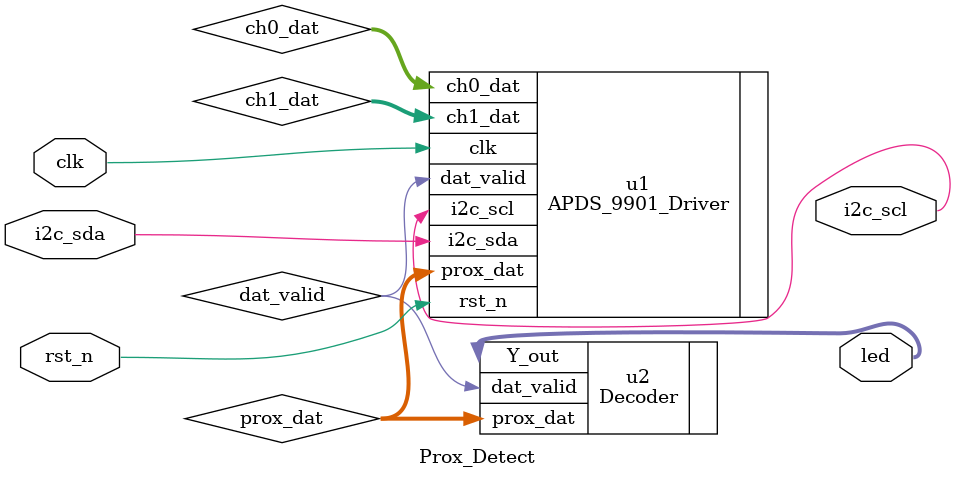
<source format=v>
module Prox_Detect
(
input				clk,
input				rst_n,

output				i2c_scl,	//I2C时钟总线
inout				i2c_sda,	//I2C数据总线

output		[7:0]	led			//led灯
);

wire dat_valid;
wire [15:0] ch0_dat, ch1_dat, prox_dat;
APDS_9901_Driver u1
(
.clk			(clk			),	//系统时钟
.rst_n			(rst_n			),	//系统复位，低有效
.i2c_scl		(i2c_scl		),	//I2C总线SCL
.i2c_sda		(i2c_sda		),	//I2C总线SDA

.dat_valid		(dat_valid		),	//数据有效脉冲
.ch0_dat		(ch0_dat		),	//ALS数据
.ch1_dat		(ch1_dat		),	//IR数据
.prox_dat		(prox_dat		)	//Prox数据
);

Decoder u2
(
.dat_valid		(dat_valid		),
.prox_dat		(prox_dat		),
.Y_out			(led			)
);

endmodule

</source>
